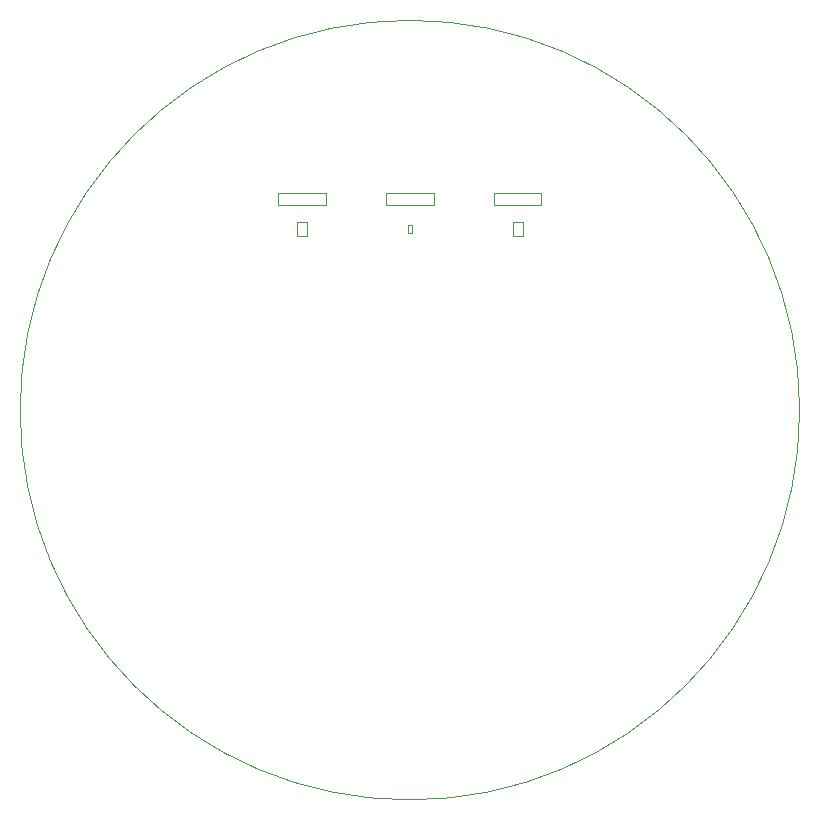
<source format=gbr>
%TF.GenerationSoftware,KiCad,Pcbnew,9.0.6*%
%TF.CreationDate,2026-02-10T22:22:55-08:00*%
%TF.ProjectId,LegEncoderBoard,4c656745-6e63-46f6-9465-72426f617264,rev?*%
%TF.SameCoordinates,Original*%
%TF.FileFunction,Profile,NP*%
%FSLAX46Y46*%
G04 Gerber Fmt 4.6, Leading zero omitted, Abs format (unit mm)*
G04 Created by KiCad (PCBNEW 9.0.6) date 2026-02-10 22:22:55*
%MOMM*%
%LPD*%
G01*
G04 APERTURE LIST*
%TA.AperFunction,Profile*%
%ADD10C,0.100000*%
%TD*%
G04 APERTURE END LIST*
D10*
X135950000Y-86500000D02*
X139950000Y-86500000D01*
X139950000Y-87500000D01*
X135950000Y-87500000D01*
X135950000Y-86500000D01*
X155775000Y-88950000D02*
X156625000Y-88950000D01*
X156625000Y-90150000D01*
X155775000Y-90150000D01*
X155775000Y-88950000D01*
X146900000Y-89150000D02*
X147250000Y-89150000D01*
X147250000Y-89900000D01*
X146900000Y-89900000D01*
X146900000Y-89150000D01*
X137525000Y-88950000D02*
X138375000Y-88950000D01*
X138375000Y-90150000D01*
X137525000Y-90150000D01*
X137525000Y-88950000D01*
X145075000Y-86500000D02*
X149075000Y-86500000D01*
X149075000Y-87500000D01*
X145075000Y-87500000D01*
X145075000Y-86500000D01*
X154200000Y-86500000D02*
X158200000Y-86500000D01*
X158200000Y-87500000D01*
X154200000Y-87500000D01*
X154200000Y-86500000D01*
X180075000Y-104858200D02*
G75*
G02*
X114075000Y-104858200I-33000000J0D01*
G01*
X114075000Y-104858200D02*
G75*
G02*
X180075000Y-104858200I33000000J0D01*
G01*
M02*

</source>
